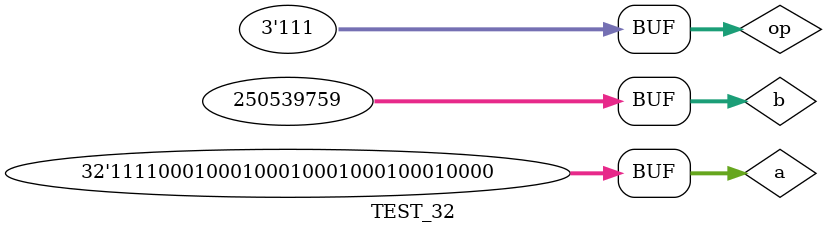
<source format=v>

  `timescale 1 ns / 1 ps

  module TEST_32;

  // Initialize Inputs
  reg [31:0] a;
  reg [31:0] b;
  wire [31:0]res;
  reg [2:0] op;
  ALU ALU(.A(a),.B(b),.ALU_operation(op),.res(res));
  initial begin
  #10;
  a = 32'hA5A5A5A5;
  b = 32'h5A5A5A5A;
  op = 7;
  #10;
  a = 32'd0;
  b = 32'd12345678;  
  #10;
  a=87654321;
  #10;
  a=32'hF1111110;
  b=32'h0EEEEEEF;
  end

  endmodule

</source>
